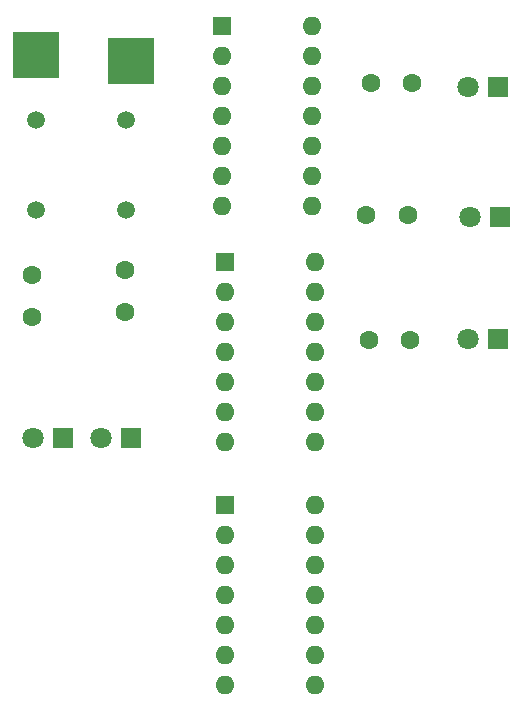
<source format=gts>
%TF.GenerationSoftware,KiCad,Pcbnew,7.0.10*%
%TF.CreationDate,2024-01-30T14:45:37-06:00*%
%TF.ProjectId,logic_gates,6c6f6769-635f-4676-9174-65732e6b6963,rev?*%
%TF.SameCoordinates,Original*%
%TF.FileFunction,Soldermask,Top*%
%TF.FilePolarity,Negative*%
%FSLAX46Y46*%
G04 Gerber Fmt 4.6, Leading zero omitted, Abs format (unit mm)*
G04 Created by KiCad (PCBNEW 7.0.10) date 2024-01-30 14:45:37*
%MOMM*%
%LPD*%
G01*
G04 APERTURE LIST*
%ADD10C,1.600000*%
%ADD11O,1.600000X1.600000*%
%ADD12R,1.600000X1.600000*%
%ADD13C,1.800000*%
%ADD14R,1.800000X1.800000*%
%ADD15C,1.512000*%
%ADD16R,4.000000X4.000000*%
G04 APERTURE END LIST*
D10*
%TO.C,R4*%
X151950000Y-82850000D03*
X148450000Y-82850000D03*
%TD*%
D11*
%TO.C,U3*%
X144120000Y-107375000D03*
X144120000Y-109915000D03*
X144120000Y-112455000D03*
X144120000Y-114995000D03*
X144120000Y-117535000D03*
X144120000Y-120075000D03*
X144120000Y-122615000D03*
X136500000Y-122615000D03*
X136500000Y-120075000D03*
X136500000Y-117535000D03*
X136500000Y-114995000D03*
X136500000Y-112455000D03*
X136500000Y-109915000D03*
D12*
X136500000Y-107375000D03*
%TD*%
D13*
%TO.C,D3*%
X157110000Y-72025000D03*
D14*
X159650000Y-72025000D03*
%TD*%
D12*
%TO.C,U2*%
X136500000Y-86875000D03*
D11*
X136500000Y-89415000D03*
X136500000Y-91955000D03*
X136500000Y-94495000D03*
X136500000Y-97035000D03*
X136500000Y-99575000D03*
X136500000Y-102115000D03*
X144120000Y-102115000D03*
X144120000Y-99575000D03*
X144120000Y-97035000D03*
X144120000Y-94495000D03*
X144120000Y-91955000D03*
X144120000Y-89415000D03*
X144120000Y-86875000D03*
%TD*%
D10*
%TO.C,R3*%
X128050000Y-91050000D03*
X128050000Y-87550000D03*
%TD*%
%TO.C,R1*%
X120150000Y-91450000D03*
X120150000Y-87950000D03*
%TD*%
%TO.C,R6*%
X148650000Y-93450000D03*
X152150000Y-93450000D03*
%TD*%
D14*
%TO.C,D6*%
X159650000Y-93325000D03*
D13*
X157110000Y-93325000D03*
%TD*%
D14*
%TO.C,D4*%
X159750000Y-83025000D03*
D13*
X157210000Y-83025000D03*
%TD*%
D11*
%TO.C,U1*%
X143820000Y-66875000D03*
X143820000Y-69415000D03*
X143820000Y-71955000D03*
X143820000Y-74495000D03*
X143820000Y-77035000D03*
X143820000Y-79575000D03*
X143820000Y-82115000D03*
X136200000Y-82115000D03*
X136200000Y-79575000D03*
X136200000Y-77035000D03*
X136200000Y-74495000D03*
X136200000Y-71955000D03*
X136200000Y-69415000D03*
D12*
X136200000Y-66875000D03*
%TD*%
D15*
%TO.C,S1*%
X120500000Y-74790000D03*
X120500000Y-82410000D03*
%TD*%
D13*
%TO.C,D2*%
X126010000Y-101725000D03*
D14*
X128550000Y-101725000D03*
%TD*%
D10*
%TO.C,R2*%
X148850000Y-71650000D03*
X152350000Y-71650000D03*
%TD*%
D13*
%TO.C,D1*%
X120210000Y-101725000D03*
D14*
X122750000Y-101725000D03*
%TD*%
D15*
%TO.C,S2*%
X128100000Y-82410000D03*
X128100000Y-74790000D03*
%TD*%
D16*
%TO.C,BAT -*%
X128500000Y-69800000D03*
%TD*%
%TO.C,BAT+*%
X120500000Y-69300000D03*
%TD*%
M02*

</source>
